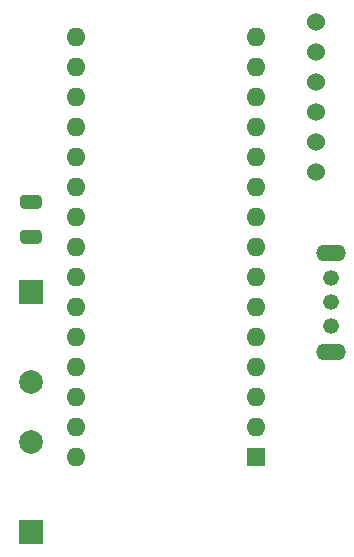
<source format=gbr>
%TF.GenerationSoftware,KiCad,Pcbnew,(5.1.9)-1*%
%TF.CreationDate,2021-11-05T10:50:43-04:00*%
%TF.ProjectId,raindrop,7261696e-6472-46f7-902e-6b696361645f,rev?*%
%TF.SameCoordinates,Original*%
%TF.FileFunction,Soldermask,Top*%
%TF.FilePolarity,Negative*%
%FSLAX46Y46*%
G04 Gerber Fmt 4.6, Leading zero omitted, Abs format (unit mm)*
G04 Created by KiCad (PCBNEW (5.1.9)-1) date 2021-11-05 10:50:43*
%MOMM*%
%LPD*%
G01*
G04 APERTURE LIST*
%ADD10C,1.524000*%
%ADD11C,2.000000*%
%ADD12R,2.000000X2.000000*%
%ADD13O,1.600000X1.600000*%
%ADD14R,1.600000X1.600000*%
%ADD15C,1.324000*%
%ADD16O,2.524000X1.424000*%
G04 APERTURE END LIST*
D10*
%TO.C,J1*%
X153670000Y-81280000D03*
X153670000Y-78740000D03*
X153670000Y-76200000D03*
X153670000Y-73660000D03*
X153670000Y-71120000D03*
X153670000Y-68580000D03*
%TD*%
D11*
%TO.C,J2*%
X129540000Y-99060000D03*
D12*
X129540000Y-91440000D03*
%TD*%
%TO.C,C1*%
G36*
G01*
X130190001Y-84395000D02*
X128889999Y-84395000D01*
G75*
G02*
X128640000Y-84145001I0J249999D01*
G01*
X128640000Y-83494999D01*
G75*
G02*
X128889999Y-83245000I249999J0D01*
G01*
X130190001Y-83245000D01*
G75*
G02*
X130440000Y-83494999I0J-249999D01*
G01*
X130440000Y-84145001D01*
G75*
G02*
X130190001Y-84395000I-249999J0D01*
G01*
G37*
G36*
G01*
X130190001Y-87345000D02*
X128889999Y-87345000D01*
G75*
G02*
X128640000Y-87095001I0J249999D01*
G01*
X128640000Y-86444999D01*
G75*
G02*
X128889999Y-86195000I249999J0D01*
G01*
X130190001Y-86195000D01*
G75*
G02*
X130440000Y-86444999I0J-249999D01*
G01*
X130440000Y-87095001D01*
G75*
G02*
X130190001Y-87345000I-249999J0D01*
G01*
G37*
%TD*%
D13*
%TO.C,A1*%
X133350000Y-69850000D03*
X148590000Y-69850000D03*
X133350000Y-105410000D03*
X148590000Y-72390000D03*
X133350000Y-102870000D03*
X148590000Y-74930000D03*
X133350000Y-100330000D03*
X148590000Y-77470000D03*
X133350000Y-97790000D03*
X148590000Y-80010000D03*
X133350000Y-95250000D03*
X148590000Y-82550000D03*
X133350000Y-92710000D03*
X148590000Y-85090000D03*
X133350000Y-90170000D03*
X148590000Y-87630000D03*
X133350000Y-87630000D03*
X148590000Y-90170000D03*
X133350000Y-85090000D03*
X148590000Y-92710000D03*
X133350000Y-82550000D03*
X148590000Y-95250000D03*
X133350000Y-80010000D03*
X148590000Y-97790000D03*
X133350000Y-77470000D03*
X148590000Y-100330000D03*
X133350000Y-74930000D03*
X148590000Y-102870000D03*
X133350000Y-72390000D03*
D14*
X148590000Y-105410000D03*
%TD*%
D15*
%TO.C,J4*%
X154940000Y-94361000D03*
X154940000Y-92329000D03*
X154940000Y-90297000D03*
D16*
X154940000Y-96520000D03*
X154940000Y-88138000D03*
%TD*%
D11*
%TO.C,J3*%
X129540000Y-104140000D03*
D12*
X129540000Y-111760000D03*
%TD*%
M02*

</source>
